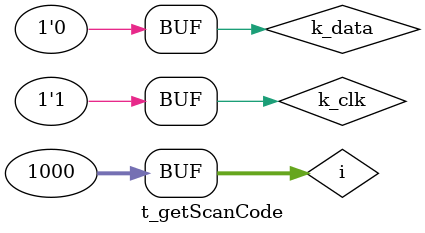
<source format=v>
`timescale 1ns / 1ps


module t_getScanCode;

	// Inputs
	reg k_data;
	reg k_clk;

	// Outputs
	wire [7:0] scan_code;
	wire [10:0] out;

	// Instantiate the Unit Under Test (UUT)
	getScanCode uut (
		.out(out),
		.scan_code(scan_code), 
		.k_data(k_data), 
		.k_clk(k_clk)
	);
	
	integer i=0;
	
	initial begin
		#100
		for (i=0; i<1000; i=i+1)
			#5 k_clk=~k_clk;
	end
	
	initial begin
		// Initialize Inputs
		k_data = 0;
		k_clk = 1;

		// Wait 100 ns for global reset to finish
		#100;
		// Add stimulus here
		#3 k_data = 1;
		#10 k_data = 1;
		#10 k_data = 0;
		#10 k_data = 0;
		#10 k_data = 1;
		#10 k_data = 0;
		#10 k_data = 1;
		#10 k_data = 0;
		#10 k_data = 0;
		#10 k_data = 1;
		#10 k_data = 0;
		#10 k_data = 0;
		#10 k_data = 1;
		#10 k_data = 0;
	end
      
endmodule


</source>
